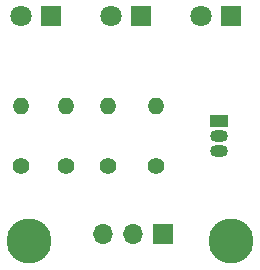
<source format=gbr>
%TF.GenerationSoftware,KiCad,Pcbnew,7.0.1*%
%TF.CreationDate,2023-04-08T16:50:17+02:00*%
%TF.ProjectId,PCB_hello_world,5043425f-6865-46c6-9c6f-5f776f726c64,rev?*%
%TF.SameCoordinates,Original*%
%TF.FileFunction,Soldermask,Bot*%
%TF.FilePolarity,Negative*%
%FSLAX46Y46*%
G04 Gerber Fmt 4.6, Leading zero omitted, Abs format (unit mm)*
G04 Created by KiCad (PCBNEW 7.0.1) date 2023-04-08 16:50:17*
%MOMM*%
%LPD*%
G01*
G04 APERTURE LIST*
%ADD10C,1.400000*%
%ADD11O,1.400000X1.400000*%
%ADD12R,1.800000X1.800000*%
%ADD13C,1.800000*%
%ADD14C,2.600000*%
%ADD15C,3.800000*%
%ADD16R,1.500000X1.050000*%
%ADD17O,1.500000X1.050000*%
%ADD18R,1.700000X1.700000*%
%ADD19O,1.700000X1.700000*%
G04 APERTURE END LIST*
D10*
%TO.C,R4*%
X149860000Y-116205000D03*
D11*
X149860000Y-111125000D03*
%TD*%
D12*
%TO.C,D3*%
X156215000Y-103535000D03*
D13*
X153675000Y-103535000D03*
%TD*%
D14*
%TO.C,H1*%
X139065000Y-122555000D03*
D15*
X139065000Y-122555000D03*
%TD*%
D10*
%TO.C,R2*%
X142240000Y-116205000D03*
D11*
X142240000Y-111125000D03*
%TD*%
D16*
%TO.C,Q1*%
X155215000Y-112395000D03*
D17*
X155215000Y-113665000D03*
X155215000Y-114935000D03*
%TD*%
D18*
%TO.C,J1*%
X150480000Y-121990000D03*
D19*
X147940000Y-121990000D03*
X145400000Y-121990000D03*
%TD*%
D10*
%TO.C,R3*%
X145775000Y-116205000D03*
D11*
X145775000Y-111125000D03*
%TD*%
D10*
%TO.C,R1*%
X138430000Y-116205000D03*
D11*
X138430000Y-111125000D03*
%TD*%
D12*
%TO.C,D1*%
X140975000Y-103535000D03*
D13*
X138435000Y-103535000D03*
%TD*%
D12*
%TO.C,D2*%
X148595000Y-103535000D03*
D13*
X146055000Y-103535000D03*
%TD*%
D14*
%TO.C,H2*%
X156210000Y-122555000D03*
D15*
X156210000Y-122555000D03*
%TD*%
M02*

</source>
